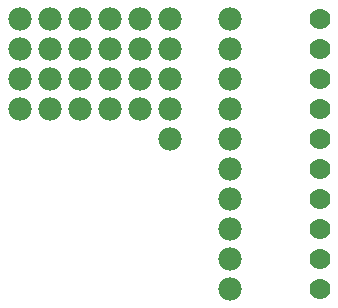
<source format=gbl>
G04 MADE WITH FRITZING*
G04 WWW.FRITZING.ORG*
G04 DOUBLE SIDED*
G04 HOLES PLATED*
G04 CONTOUR ON CENTER OF CONTOUR VECTOR*
%ASAXBY*%
%FSLAX23Y23*%
%MOIN*%
%OFA0B0*%
%SFA1.0B1.0*%
%ADD10C,0.070000*%
%ADD11C,0.078000*%
%LNCOPPER0*%
G90*
G70*
G54D10*
X1300Y230D03*
X1300Y330D03*
X1300Y430D03*
X1300Y530D03*
X1300Y630D03*
X1300Y730D03*
X1300Y830D03*
X1300Y930D03*
X1300Y1030D03*
X1300Y1130D03*
G54D11*
X1000Y1130D03*
X1000Y1030D03*
X1000Y930D03*
X1000Y830D03*
X1000Y730D03*
X1000Y630D03*
X1000Y530D03*
X1000Y430D03*
X1000Y330D03*
X1000Y230D03*
X300Y1130D03*
X400Y1130D03*
X500Y1130D03*
X600Y1130D03*
X700Y1130D03*
X800Y1130D03*
X800Y730D03*
X300Y1030D03*
X400Y1030D03*
X500Y1030D03*
X600Y1030D03*
X700Y1030D03*
X800Y1030D03*
X300Y930D03*
X400Y930D03*
X500Y930D03*
X600Y930D03*
X700Y930D03*
X800Y930D03*
X300Y830D03*
X400Y830D03*
X500Y830D03*
X600Y830D03*
X700Y830D03*
X800Y830D03*
G04 End of Copper0*
M02*
</source>
